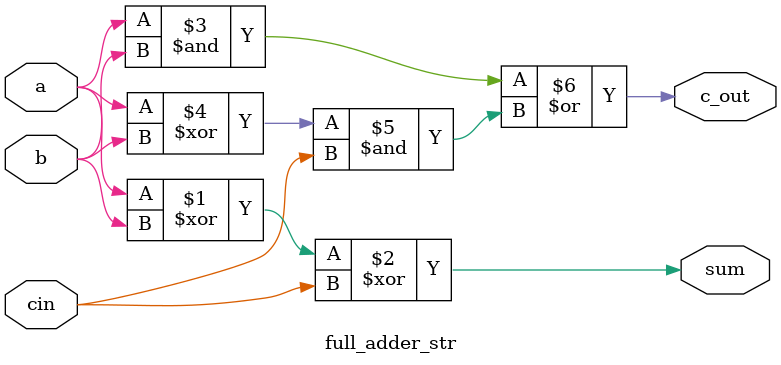
<source format=v>
module half_adder_str(
	input a,
  	input b,
  	output sum,
  	output c_out);
  
  assign sum = a ^ b;
  assign c_out = a & b;
  
endmodule

module full_adder_str(
	input a,
  	input b,
    input cin,
  	output sum,
  	output c_out);
  
  assign sum = a ^ b ^ cin;
  assign c_out = (a & b) | ((a ^ b) & cin) ;
  
endmodule

</source>
